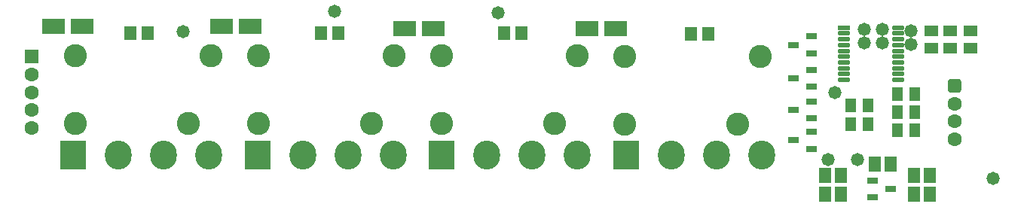
<source format=gbr>
G04*
G04 #@! TF.GenerationSoftware,Altium Limited,Altium Designer,23.0.1 (38)*
G04*
G04 Layer_Color=8388736*
%FSLAX24Y24*%
%MOIN*%
G70*
G04*
G04 #@! TF.SameCoordinates,BEEE6B11-5ECA-4AAD-BFAB-FF97A37F51A9*
G04*
G04*
G04 #@! TF.FilePolarity,Negative*
G04*
G01*
G75*
%ADD25R,0.0552X0.0592*%
%ADD26R,0.0493X0.0611*%
%ADD27R,0.0552X0.0222*%
%ADD28O,0.0552X0.0222*%
%ADD29R,0.1005X0.0690*%
%ADD30R,0.0611X0.0493*%
%ADD31R,0.0474X0.0316*%
%ADD32R,0.0552X0.0671*%
%ADD33R,0.1180X0.1280*%
%ADD34O,0.1180X0.1280*%
%ADD35C,0.1024*%
%ADD36C,0.0631*%
G04:AMPARAMS|DCode=37|XSize=63.1mil|YSize=63.1mil|CornerRadius=17.8mil|HoleSize=0mil|Usage=FLASHONLY|Rotation=270.000|XOffset=0mil|YOffset=0mil|HoleType=Round|Shape=RoundedRectangle|*
%AMROUNDEDRECTD37*
21,1,0.0631,0.0276,0,0,270.0*
21,1,0.0276,0.0631,0,0,270.0*
1,1,0.0356,-0.0138,-0.0138*
1,1,0.0356,-0.0138,0.0138*
1,1,0.0356,0.0138,0.0138*
1,1,0.0356,0.0138,-0.0138*
%
%ADD37ROUNDEDRECTD37*%
%ADD38R,0.0631X0.0631*%
%ADD39C,0.0580*%
D25*
X63816Y49450D02*
D03*
X64584D02*
D03*
X55566Y49500D02*
D03*
X56334D02*
D03*
X47450D02*
D03*
X48218D02*
D03*
X39016D02*
D03*
X39784D02*
D03*
D26*
X71650Y45450D02*
D03*
X70882D02*
D03*
X71650Y46300D02*
D03*
X70882D02*
D03*
X72966Y45200D02*
D03*
X73734D02*
D03*
X72966Y46000D02*
D03*
X73734D02*
D03*
X72966Y46800D02*
D03*
X73734D02*
D03*
D27*
X70598Y49735D02*
D03*
D28*
Y49480D02*
D03*
Y49224D02*
D03*
Y48968D02*
D03*
Y48712D02*
D03*
Y48456D02*
D03*
Y48200D02*
D03*
Y47944D02*
D03*
Y47688D02*
D03*
Y47432D02*
D03*
X73000Y49735D02*
D03*
Y49480D02*
D03*
Y49224D02*
D03*
Y48968D02*
D03*
Y48712D02*
D03*
Y48456D02*
D03*
Y48200D02*
D03*
Y47944D02*
D03*
Y47688D02*
D03*
Y47432D02*
D03*
D29*
X35620Y49800D02*
D03*
X36880D02*
D03*
X44330D02*
D03*
X43070D02*
D03*
X51170Y49700D02*
D03*
X52430D02*
D03*
X60480D02*
D03*
X59220D02*
D03*
D30*
X75300Y49584D02*
D03*
Y48816D02*
D03*
X76200Y49584D02*
D03*
Y48816D02*
D03*
X74450Y49584D02*
D03*
Y48816D02*
D03*
D31*
X68356Y46100D02*
D03*
X69144Y46474D02*
D03*
Y45726D02*
D03*
Y44376D02*
D03*
Y45124D02*
D03*
X68356Y44750D02*
D03*
X69150Y48600D02*
D03*
Y49348D02*
D03*
X68363Y48974D02*
D03*
X71856Y42974D02*
D03*
Y42226D02*
D03*
X72644Y42600D02*
D03*
X69144Y47126D02*
D03*
Y47874D02*
D03*
X68356Y47500D02*
D03*
D32*
X72650Y43700D02*
D03*
X71941D02*
D03*
X69746Y43200D02*
D03*
X70454D02*
D03*
X70450Y42350D02*
D03*
X69741D02*
D03*
X74400Y43200D02*
D03*
X73691D02*
D03*
X74404Y42350D02*
D03*
X73696D02*
D03*
D33*
X60948Y44098D02*
D03*
X36496Y44096D02*
D03*
X52799Y44099D02*
D03*
X44649D02*
D03*
D34*
X66952Y44102D02*
D03*
X64949Y44099D02*
D03*
X62948Y44098D02*
D03*
X42500Y44100D02*
D03*
X40497Y44097D02*
D03*
X38496Y44096D02*
D03*
X58803Y44103D02*
D03*
X56800Y44100D02*
D03*
X54799Y44099D02*
D03*
X46649D02*
D03*
X48650Y44100D02*
D03*
X50653Y44103D02*
D03*
D35*
X60900Y48450D02*
D03*
X66900D02*
D03*
X65900Y45450D02*
D03*
X60900D02*
D03*
X36600Y45500D02*
D03*
X41600D02*
D03*
X42600Y48500D02*
D03*
X36600D02*
D03*
X44700D02*
D03*
X50700D02*
D03*
X49700Y45500D02*
D03*
X44700D02*
D03*
X52800Y48500D02*
D03*
X58800D02*
D03*
X57800Y45500D02*
D03*
X52800D02*
D03*
D36*
X75500Y44800D02*
D03*
Y45587D02*
D03*
Y46375D02*
D03*
X34650Y45300D02*
D03*
Y46088D02*
D03*
Y46875D02*
D03*
Y47663D02*
D03*
D37*
X75500Y47162D02*
D03*
D38*
X34650Y48450D02*
D03*
D39*
X41350Y49550D02*
D03*
X70200Y46850D02*
D03*
X77200Y43050D02*
D03*
X72304Y49075D02*
D03*
X71500Y49675D02*
D03*
X71504Y49075D02*
D03*
X72300Y49675D02*
D03*
X48050Y50450D02*
D03*
X55300Y50400D02*
D03*
X69900Y43900D02*
D03*
X73560Y48996D02*
D03*
X73566Y49607D02*
D03*
X71200Y43900D02*
D03*
M02*

</source>
